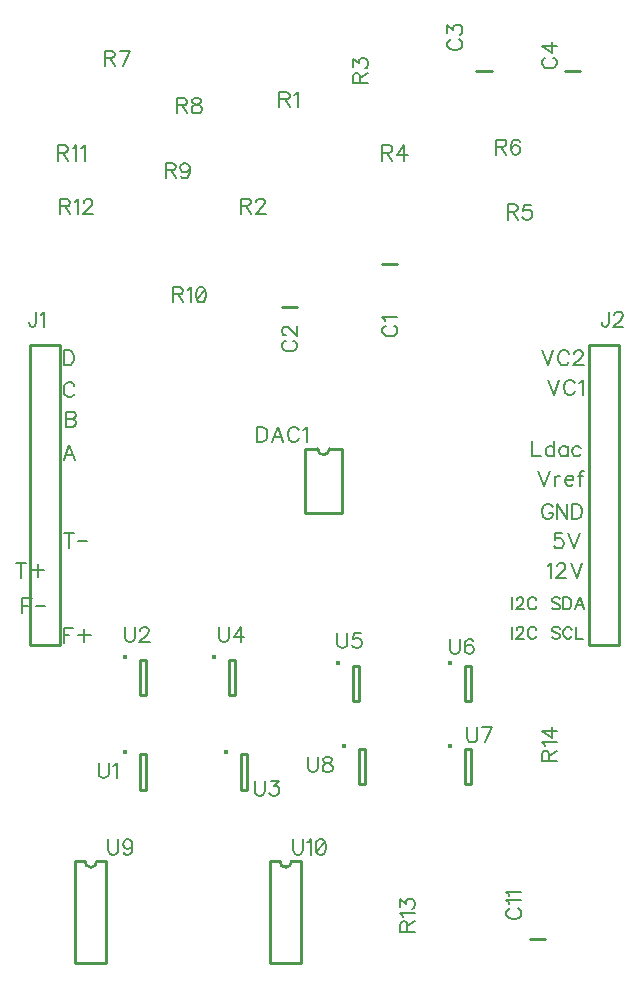
<source format=gbr>
G04 DipTrace 3.0.0.2*
G04 TopSilk.gbr*
%MOIN*%
G04 #@! TF.FileFunction,Legend,Top*
G04 #@! TF.Part,Single*
%ADD10C,0.009843*%
%ADD22C,0.015422*%
%ADD46C,0.00772*%
%ADD47C,0.006176*%
%FSLAX26Y26*%
G04*
G70*
G90*
G75*
G01*
G04 TopSilk*
%LPD*%
X1608287Y3033486D2*
D10*
X1659429D1*
X1324783Y2891711D2*
X1273642D1*
X1974390Y3679113D2*
X1923248D1*
X2269665D2*
X2218524D1*
X2151555Y785412D2*
X2100413D1*
X1350404Y2418308D2*
Y2205708D1*
X1476376Y2418308D2*
Y2205708D1*
X1350404D2*
X1476376D1*
X1350404Y2418308D2*
X1393701D1*
X1433078D2*
X1476376D1*
X1393701D2*
G03X1433078Y2418308I19689J23D01*
G01*
X435038Y1763759D2*
X535039D1*
Y2763800D1*
X435038D1*
Y1763759D1*
X2399608Y2763800D2*
X2299606D1*
Y1763759D1*
X2399608D1*
Y2763800D1*
D22*
X753008Y1408802D3*
X803150Y1399601D2*
D10*
Y1281496D1*
X822835D1*
Y1399601D1*
X803150D1*
D22*
X753008Y1723762D3*
X803150Y1714562D2*
D10*
Y1596457D1*
X822835D1*
Y1714562D1*
X803150D1*
D22*
X1087653Y1408802D3*
X1137795Y1399601D2*
D10*
Y1281496D1*
X1157480D1*
Y1399601D1*
X1137795D1*
D22*
X1048283Y1723762D3*
X1098425Y1714562D2*
D10*
Y1596457D1*
X1118110D1*
Y1714562D1*
X1098425D1*
D22*
X1461669Y1704077D3*
X1511811Y1694877D2*
D10*
Y1576772D1*
X1531496D1*
Y1694877D1*
X1511811D1*
D22*
X1835685Y1704077D3*
X1885827Y1694877D2*
D10*
Y1576772D1*
X1905512D1*
Y1694877D1*
X1885827D1*
D22*
X1835685Y1428487D3*
X1885827Y1419286D2*
D10*
Y1301181D1*
X1905512D1*
Y1419286D1*
X1885827D1*
D22*
X1481354Y1428487D3*
X1531496Y1419286D2*
D10*
Y1301181D1*
X1551181D1*
Y1419286D1*
X1531496D1*
X586607Y1042919D2*
Y704325D1*
X688983Y1042919D2*
Y704325D1*
X586607D2*
X688983D1*
X586607Y1042919D2*
X618101D1*
X657490D2*
X688983D1*
X618101D2*
G03X657490Y1042919I19694J-12D01*
G01*
X1236213D2*
Y704325D1*
X1338590Y1042919D2*
Y704325D1*
X1236213D2*
X1338590D1*
X1236213Y1042919D2*
X1267707D1*
X1307096D2*
X1338590D1*
X1267707D2*
G03X1307096Y1042919I19694J-12D01*
G01*
X1621786Y2829032D2*
D46*
X1617033Y2826656D1*
X1612224Y2821847D1*
X1609848Y2817094D1*
Y2807533D1*
X1612224Y2802724D1*
X1617033Y2797971D1*
X1621786Y2795539D1*
X1628971Y2793162D1*
X1640965D1*
X1648094Y2795539D1*
X1652903Y2797971D1*
X1657656Y2802724D1*
X1660088Y2807532D1*
Y2817094D1*
X1657656Y2821847D1*
X1652903Y2826656D1*
X1648094Y2829032D1*
X1619465Y2844472D2*
X1617033Y2849280D1*
X1609903Y2856465D1*
X1660088D1*
X1287140Y2778891D2*
X1282387Y2776515D1*
X1277579Y2771706D1*
X1275202Y2766953D1*
Y2757392D1*
X1277579Y2752583D1*
X1282387Y2747830D1*
X1287140Y2745398D1*
X1294325Y2743021D1*
X1306319D1*
X1313449Y2745398D1*
X1318257Y2747830D1*
X1323010Y2752583D1*
X1325442Y2757391D1*
Y2766953D1*
X1323010Y2771706D1*
X1318257Y2776515D1*
X1313449Y2778891D1*
X1287196Y2796762D2*
X1284819D1*
X1280011Y2799139D1*
X1277634Y2801516D1*
X1275257Y2806324D1*
Y2815886D1*
X1277634Y2820639D1*
X1280011Y2823015D1*
X1284819Y2825447D1*
X1289572D1*
X1294381Y2823015D1*
X1301510Y2818262D1*
X1325442Y2794331D1*
Y2827824D1*
X1838322Y3782828D2*
X1833568Y3780452D1*
X1828760Y3775643D1*
X1826383Y3770890D1*
Y3761329D1*
X1828760Y3756520D1*
X1833568Y3751767D1*
X1838321Y3749335D1*
X1845506Y3746958D1*
X1857500D1*
X1864630Y3749335D1*
X1869438Y3751767D1*
X1874191Y3756520D1*
X1876623Y3761328D1*
Y3770890D1*
X1874191Y3775643D1*
X1869438Y3780452D1*
X1864630Y3782828D1*
X1826439Y3803076D2*
Y3829329D1*
X1845562Y3815014D1*
Y3822199D1*
X1847938Y3826952D1*
X1850315Y3829329D1*
X1857500Y3831761D1*
X1862253D1*
X1869438Y3829329D1*
X1874247Y3824576D1*
X1876623Y3817391D1*
Y3810206D1*
X1874247Y3803076D1*
X1871815Y3800699D1*
X1867062Y3798268D1*
X2153282Y3722585D2*
X2148529Y3720208D1*
X2143720Y3715400D1*
X2141344Y3710647D1*
Y3701085D1*
X2143720Y3696277D1*
X2148529Y3691523D1*
X2153282Y3689092D1*
X2160467Y3686715D1*
X2172461D1*
X2179590Y3689092D1*
X2184399Y3691523D1*
X2189152Y3696277D1*
X2191584Y3701085D1*
Y3710647D1*
X2189152Y3715400D1*
X2184399Y3720208D1*
X2179590Y3722585D1*
X2191584Y3761956D2*
X2141399D1*
X2174837Y3738024D1*
Y3773894D1*
X2035172Y886161D2*
X2030419Y883785D1*
X2025610Y878976D1*
X2023234Y874223D1*
Y864661D1*
X2025610Y859853D1*
X2030419Y855100D1*
X2035172Y852668D1*
X2042357Y850291D1*
X2054350D1*
X2061480Y852668D1*
X2066289Y855100D1*
X2071042Y859853D1*
X2073474Y864661D1*
Y874223D1*
X2071042Y878976D1*
X2066289Y883784D1*
X2061480Y886161D1*
X2032851Y901600D2*
X2030419Y906409D1*
X2023289Y913594D1*
X2073474D1*
X2032851Y929033D2*
X2030419Y933841D1*
X2023289Y941027D1*
X2073474Y941026D1*
X1192606Y2491531D2*
Y2441291D1*
X1209353D1*
X1216538Y2443723D1*
X1221347Y2448476D1*
X1223723Y2453284D1*
X1226100Y2460414D1*
Y2472408D1*
X1223723Y2479593D1*
X1221347Y2484346D1*
X1216538Y2489154D1*
X1209353Y2491531D1*
X1192606D1*
X1279841Y2441291D2*
X1260662Y2491531D1*
X1241539Y2441291D1*
X1248724Y2458037D2*
X1272656D1*
X1331150Y2479593D2*
X1328773Y2484346D1*
X1323965Y2489154D1*
X1319212Y2491531D1*
X1309650D1*
X1304842Y2489154D1*
X1300088Y2484346D1*
X1297657Y2479593D1*
X1295280Y2472408D1*
Y2460414D1*
X1297657Y2453284D1*
X1300088Y2448476D1*
X1304842Y2443723D1*
X1309650Y2441291D1*
X1319212D1*
X1323965Y2443723D1*
X1328773Y2448476D1*
X1331150Y2453284D1*
X1346589Y2481914D2*
X1351398Y2484346D1*
X1358583Y2491476D1*
Y2441291D1*
X455828Y2875585D2*
Y2837339D1*
X453452Y2830154D1*
X451020Y2827777D1*
X446267Y2825345D1*
X441458D1*
X436705Y2827777D1*
X434328Y2830154D1*
X431897Y2837339D1*
Y2842092D1*
X471267Y2865968D2*
X476076Y2868400D1*
X483261Y2875530D1*
Y2825345D1*
X2364566Y2875585D2*
Y2837339D1*
X2362190Y2830154D1*
X2359758Y2827777D1*
X2355005Y2825345D1*
X2350196D1*
X2345443Y2827777D1*
X2343067Y2830154D1*
X2340635Y2837339D1*
Y2842092D1*
X2382438Y2863592D2*
Y2865968D1*
X2384814Y2870777D1*
X2387191Y2873153D1*
X2391999Y2875530D1*
X2401561D1*
X2406314Y2873153D1*
X2408691Y2870777D1*
X2411122Y2865968D1*
Y2861215D1*
X2408691Y2856407D1*
X2403937Y2849277D1*
X2380006Y2825345D1*
X2413499D1*
X1266781Y3582756D2*
X1288281D1*
X1295466Y3585188D1*
X1297898Y3587564D1*
X1300274Y3592318D1*
Y3597126D1*
X1297898Y3601879D1*
X1295466Y3604311D1*
X1288281Y3606688D1*
X1266781D1*
Y3556448D1*
X1283528Y3582756D2*
X1300274Y3556448D1*
X1315714Y3597071D2*
X1320522Y3599503D1*
X1327707Y3606632D1*
Y3556448D1*
X1137921Y3228425D2*
X1159421D1*
X1166606Y3230857D1*
X1169038Y3233234D1*
X1171414Y3237987D1*
Y3242795D1*
X1169038Y3247548D1*
X1166606Y3249980D1*
X1159421Y3252357D1*
X1137921D1*
Y3202117D1*
X1154668Y3228425D2*
X1171414Y3202117D1*
X1189285Y3240363D2*
Y3242740D1*
X1191662Y3247548D1*
X1194039Y3249925D1*
X1198847Y3252302D1*
X1208409D1*
X1213162Y3249925D1*
X1215538Y3247548D1*
X1217970Y3242740D1*
Y3237987D1*
X1215538Y3233178D1*
X1210785Y3226049D1*
X1186853Y3202117D1*
X1220347D1*
X1535354Y3637921D2*
Y3659421D1*
X1532922Y3666606D1*
X1530546Y3669038D1*
X1525793Y3671414D1*
X1520984D1*
X1516231Y3669038D1*
X1513799Y3666606D1*
X1511423Y3659421D1*
Y3637921D1*
X1561663D1*
X1535354Y3654668D2*
X1561663Y3671414D1*
X1511478Y3691662D2*
Y3717915D1*
X1530601Y3703600D1*
Y3710785D1*
X1532978Y3715538D1*
X1535354Y3717915D1*
X1542539Y3720347D1*
X1547293D1*
X1554478Y3717915D1*
X1559286Y3713162D1*
X1561663Y3705977D1*
Y3698792D1*
X1559286Y3691662D1*
X1556854Y3689285D1*
X1552101Y3686854D1*
X1609174Y3405591D2*
X1630673D1*
X1637858Y3408022D1*
X1640290Y3410399D1*
X1642667Y3415152D1*
Y3419961D1*
X1640290Y3424714D1*
X1637858Y3427146D1*
X1630673Y3429522D1*
X1609174D1*
Y3379282D1*
X1625920Y3405591D2*
X1642667Y3379282D1*
X1682038D2*
Y3429467D1*
X1658106Y3396029D1*
X1693976D1*
X2027685Y3208740D2*
X2049185D1*
X2056370Y3211172D1*
X2058801Y3213549D1*
X2061178Y3218302D1*
Y3223110D1*
X2058801Y3227863D1*
X2056370Y3230295D1*
X2049185Y3232672D1*
X2027685D1*
Y3182432D1*
X2044431Y3208740D2*
X2061178Y3182432D1*
X2105302Y3232617D2*
X2081426D1*
X2079049Y3211117D1*
X2081426Y3213493D1*
X2088611Y3215925D1*
X2095741D1*
X2102926Y3213493D1*
X2107734Y3208740D1*
X2110111Y3201555D1*
Y3196802D1*
X2107734Y3189617D1*
X2102926Y3184808D1*
X2095741Y3182432D1*
X2088611D1*
X2081426Y3184808D1*
X2079049Y3187240D1*
X2076617Y3191994D1*
X1989531Y3425276D2*
X2011030D1*
X2018215Y3427707D1*
X2020647Y3430084D1*
X2023024Y3434837D1*
Y3439646D1*
X2020647Y3444399D1*
X2018215Y3446831D1*
X2011030Y3449207D1*
X1989531D1*
Y3398967D1*
X2006277Y3425276D2*
X2023024Y3398967D1*
X2067148Y3442022D2*
X2064771Y3446775D1*
X2057586Y3449152D1*
X2052833D1*
X2045648Y3446775D1*
X2040840Y3439590D1*
X2038463Y3427652D1*
Y3415714D1*
X2040840Y3406152D1*
X2045648Y3401344D1*
X2052833Y3398967D1*
X2055210D1*
X2062340Y3401344D1*
X2067148Y3406152D1*
X2069525Y3413337D1*
Y3415714D1*
X2067148Y3422899D1*
X2062340Y3427652D1*
X2055210Y3430029D1*
X2052833D1*
X2045648Y3427652D1*
X2040840Y3422899D1*
X2038463Y3415714D1*
X685165Y3720551D2*
X706665D1*
X713850Y3722983D1*
X716282Y3725360D1*
X718658Y3730113D1*
Y3734921D1*
X716282Y3739674D1*
X713850Y3742106D1*
X706665Y3744483D1*
X685165D1*
Y3694243D1*
X701912Y3720551D2*
X718658Y3694243D1*
X743659D2*
X767591Y3744428D1*
X734098D1*
X925350Y3563071D2*
X946850D1*
X954035Y3565503D1*
X956467Y3567879D1*
X958843Y3572633D1*
Y3577441D1*
X956467Y3582194D1*
X954035Y3584626D1*
X946850Y3587003D1*
X925350D1*
Y3536763D1*
X942097Y3563071D2*
X958843Y3536763D1*
X986221Y3586947D2*
X979091Y3584571D1*
X976659Y3579818D1*
Y3575009D1*
X979091Y3570256D1*
X983844Y3567824D1*
X993406Y3565447D1*
X1000591Y3563071D1*
X1005344Y3558262D1*
X1007721Y3553509D1*
Y3546324D1*
X1005344Y3541571D1*
X1002968Y3539139D1*
X995783Y3536763D1*
X986221D1*
X979091Y3539139D1*
X976659Y3541571D1*
X974283Y3546324D1*
Y3553509D1*
X976659Y3558262D1*
X981468Y3563071D1*
X988598Y3565447D1*
X998159Y3567824D1*
X1002968Y3570256D1*
X1005344Y3575009D1*
Y3579818D1*
X1002968Y3584571D1*
X995783Y3586947D1*
X986221D1*
X887141Y3346535D2*
X908641D1*
X915826Y3348967D1*
X918257Y3351344D1*
X920634Y3356097D1*
Y3360906D1*
X918257Y3365659D1*
X915826Y3368091D1*
X908641Y3370467D1*
X887141D1*
Y3320227D1*
X903887Y3346535D2*
X920634Y3320227D1*
X967190Y3353721D2*
X964758Y3346535D1*
X960005Y3341727D1*
X952820Y3339350D1*
X950443D1*
X943258Y3341727D1*
X938505Y3346535D1*
X936073Y3353721D1*
Y3356097D1*
X938505Y3363282D1*
X943258Y3368035D1*
X950443Y3370412D1*
X952820D1*
X960005Y3368035D1*
X964758Y3363282D1*
X967190Y3353721D1*
Y3341727D1*
X964758Y3329789D1*
X960005Y3322604D1*
X952820Y3320227D1*
X948067D1*
X940882Y3322604D1*
X938505Y3327412D1*
X911606Y2933150D2*
X933106D1*
X940291Y2935581D1*
X942723Y2937958D1*
X945099Y2942711D1*
Y2947520D1*
X942723Y2952273D1*
X940291Y2954705D1*
X933106Y2957081D1*
X911606D1*
Y2906841D1*
X928353Y2933150D2*
X945099Y2906841D1*
X960539Y2947464D2*
X965347Y2949896D1*
X972532Y2957026D1*
Y2906841D1*
X1002342Y2957026D2*
X995156Y2954649D1*
X990348Y2947464D1*
X987971Y2935526D1*
Y2928341D1*
X990348Y2916403D1*
X995156Y2909218D1*
X1002342Y2906841D1*
X1007095D1*
X1014280Y2909218D1*
X1019033Y2916403D1*
X1021465Y2928341D1*
Y2935526D1*
X1019033Y2947464D1*
X1014280Y2954649D1*
X1007095Y2957026D1*
X1002342D1*
X1019033Y2947464D2*
X990348Y2916403D1*
X528655Y3405591D2*
X550155D1*
X557340Y3408022D1*
X559772Y3410399D1*
X562149Y3415152D1*
Y3419961D1*
X559772Y3424714D1*
X557340Y3427146D1*
X550155Y3429522D1*
X528655D1*
Y3379282D1*
X545402Y3405591D2*
X562149Y3379282D1*
X577588Y3419905D2*
X582396Y3422337D1*
X589581Y3429467D1*
Y3379282D1*
X605021Y3419905D2*
X609829Y3422337D1*
X617014Y3429467D1*
Y3379282D1*
X535622Y3226457D2*
X557122D1*
X564307Y3228889D1*
X566739Y3231265D1*
X569115Y3236018D1*
Y3240827D1*
X566739Y3245580D1*
X564307Y3248012D1*
X557122Y3250388D1*
X535622D1*
Y3200148D1*
X552369Y3226457D2*
X569115Y3200148D1*
X584554Y3240772D2*
X589363Y3243203D1*
X596548Y3250333D1*
Y3200148D1*
X614419Y3238395D2*
Y3240772D1*
X616796Y3245580D1*
X619172Y3247957D1*
X623981Y3250333D1*
X633542D1*
X638295Y3247957D1*
X640672Y3245580D1*
X643104Y3240772D1*
Y3236018D1*
X640672Y3231210D1*
X635919Y3224080D1*
X611987Y3200148D1*
X645481D1*
X1692835Y809244D2*
Y830744D1*
X1690403Y837929D1*
X1688026Y840361D1*
X1683273Y842737D1*
X1678465D1*
X1673711Y840361D1*
X1671280Y837929D1*
X1668903Y830744D1*
Y809244D1*
X1719143D1*
X1692835Y825991D2*
X1719143Y842737D1*
X1678520Y858177D2*
X1676088Y862985D1*
X1668958Y870170D1*
X1719143D1*
X1668958Y890418D2*
Y916671D1*
X1688081Y902356D1*
Y909541D1*
X1690458Y914294D1*
X1692835Y916671D1*
X1700020Y919103D1*
X1704773D1*
X1711958Y916671D1*
X1716766Y911918D1*
X1719143Y904732D1*
Y897547D1*
X1716766Y890418D1*
X1714335Y888041D1*
X1709581Y885609D1*
X2165276Y1378922D2*
Y1400422D1*
X2162844Y1407607D1*
X2160467Y1410039D1*
X2155714Y1412415D1*
X2150906D1*
X2146152Y1410039D1*
X2143720Y1407607D1*
X2141344Y1400422D1*
Y1378922D1*
X2191584D1*
X2165276Y1395669D2*
X2191584Y1412415D1*
X2150961Y1427854D2*
X2148529Y1432663D1*
X2141399Y1439848D1*
X2191584D1*
Y1479219D2*
X2141399D1*
X2174837Y1455287D1*
Y1491157D1*
X663544Y1371617D2*
Y1335747D1*
X665920Y1328562D1*
X670729Y1323809D1*
X677914Y1321377D1*
X682667D1*
X689852Y1323809D1*
X694660Y1328562D1*
X697037Y1335747D1*
Y1371617D1*
X712476Y1362000D2*
X717285Y1364432D1*
X724470Y1371562D1*
Y1321377D1*
X751219Y1824373D2*
Y1788503D1*
X753595Y1781318D1*
X758404Y1776565D1*
X765589Y1774133D1*
X770342D1*
X777527Y1776565D1*
X782336Y1781318D1*
X784712Y1788503D1*
Y1824373D1*
X802583Y1812379D2*
Y1814756D1*
X804960Y1819564D1*
X807336Y1821941D1*
X812145Y1824317D1*
X821706D1*
X826460Y1821941D1*
X828836Y1819564D1*
X831268Y1814756D1*
Y1810003D1*
X828836Y1805194D1*
X824083Y1798064D1*
X800151Y1774133D1*
X833645D1*
X1184290Y1312562D2*
Y1276692D1*
X1186666Y1269507D1*
X1191475Y1264754D1*
X1198660Y1262322D1*
X1203413D1*
X1210598Y1264754D1*
X1215406Y1269507D1*
X1217783Y1276692D1*
Y1312562D1*
X1238031Y1312506D2*
X1264284D1*
X1249969Y1293383D1*
X1257154D1*
X1261907Y1291007D1*
X1264284Y1288630D1*
X1266716Y1281445D1*
Y1276692D1*
X1264284Y1269507D1*
X1259531Y1264698D1*
X1252346Y1262322D1*
X1245160D1*
X1238031Y1264698D1*
X1235654Y1267130D1*
X1233222Y1271883D1*
X1064991Y1824373D2*
Y1788503D1*
X1067368Y1781318D1*
X1072176Y1776565D1*
X1079361Y1774133D1*
X1084114D1*
X1091299Y1776565D1*
X1096108Y1781318D1*
X1098484Y1788503D1*
Y1824373D1*
X1137855Y1774133D2*
Y1824317D1*
X1113924Y1790879D1*
X1149794D1*
X1459880Y1804688D2*
Y1768818D1*
X1462257Y1761633D1*
X1467065Y1756879D1*
X1474250Y1754448D1*
X1479003D1*
X1486189Y1756879D1*
X1490997Y1761633D1*
X1493374Y1768818D1*
Y1804688D1*
X1537498Y1804632D2*
X1513621D1*
X1511245Y1783133D1*
X1513621Y1785509D1*
X1520806Y1787941D1*
X1527936D1*
X1535121Y1785509D1*
X1539930Y1780756D1*
X1542306Y1773571D1*
Y1768818D1*
X1539930Y1761633D1*
X1535121Y1756824D1*
X1527936Y1754448D1*
X1520806D1*
X1513621Y1756824D1*
X1511245Y1759256D1*
X1508813Y1764009D1*
X1835112Y1785003D2*
Y1749133D1*
X1837488Y1741948D1*
X1842297Y1737194D1*
X1849482Y1734763D1*
X1854235D1*
X1861420Y1737194D1*
X1866229Y1741948D1*
X1868605Y1749133D1*
Y1785003D1*
X1912729Y1777818D2*
X1910353Y1782571D1*
X1903168Y1784947D1*
X1898415D1*
X1891230Y1782571D1*
X1886421Y1775386D1*
X1884044Y1763447D1*
Y1751509D1*
X1886421Y1741948D1*
X1891230Y1737139D1*
X1898415Y1734763D1*
X1900791D1*
X1907921Y1737139D1*
X1912729Y1741948D1*
X1915106Y1749133D1*
Y1751509D1*
X1912729Y1758694D1*
X1907921Y1763447D1*
X1900791Y1765824D1*
X1898415D1*
X1891230Y1763447D1*
X1886421Y1758694D1*
X1884044Y1751509D1*
X1892951Y1489727D2*
Y1453857D1*
X1895328Y1446672D1*
X1900136Y1441919D1*
X1907321Y1439487D1*
X1912074D1*
X1919259Y1441919D1*
X1924068Y1446672D1*
X1926444Y1453857D1*
Y1489727D1*
X1951445Y1439487D2*
X1975377Y1489672D1*
X1941884D1*
X1361483Y1391302D2*
Y1355432D1*
X1363859Y1348247D1*
X1368668Y1343494D1*
X1375853Y1341062D1*
X1380606D1*
X1387791Y1343494D1*
X1392599Y1348247D1*
X1394976Y1355432D1*
Y1391302D1*
X1422353Y1391247D2*
X1415224Y1388870D1*
X1412792Y1384117D1*
Y1379308D1*
X1415224Y1374555D1*
X1419977Y1372123D1*
X1429538Y1369747D1*
X1436724Y1367370D1*
X1441477Y1362562D1*
X1443853Y1357808D1*
Y1350623D1*
X1441477Y1345870D1*
X1439100Y1343438D1*
X1431915Y1341062D1*
X1422353D1*
X1415224Y1343438D1*
X1412792Y1345870D1*
X1410415Y1350623D1*
Y1357808D1*
X1412792Y1362562D1*
X1417600Y1367370D1*
X1424730Y1369747D1*
X1434292Y1372123D1*
X1439100Y1374555D1*
X1441477Y1379308D1*
Y1384117D1*
X1439100Y1388870D1*
X1431915Y1391247D1*
X1422353D1*
X696196Y1116142D2*
Y1080272D1*
X698572Y1073087D1*
X703381Y1068334D1*
X710566Y1065902D1*
X715319D1*
X722504Y1068334D1*
X727313Y1073087D1*
X729689Y1080272D1*
Y1116142D1*
X776245Y1099395D2*
X773813Y1092210D1*
X769060Y1087402D1*
X761875Y1085025D1*
X759498D1*
X752313Y1087402D1*
X747560Y1092210D1*
X745128Y1099395D1*
Y1101772D1*
X747560Y1108957D1*
X752313Y1113710D1*
X759498Y1116086D1*
X761875D1*
X769060Y1113710D1*
X773813Y1108957D1*
X776245Y1099395D1*
Y1087402D1*
X773813Y1075463D1*
X769060Y1068278D1*
X761875Y1065902D1*
X757122D1*
X749937Y1068278D1*
X747560Y1073087D1*
X1311212Y1116142D2*
Y1080272D1*
X1313589Y1073087D1*
X1318397Y1068334D1*
X1325582Y1065902D1*
X1330336D1*
X1337521Y1068334D1*
X1342329Y1073087D1*
X1344706Y1080272D1*
Y1116142D1*
X1360145Y1106525D2*
X1364953Y1108957D1*
X1372138Y1116086D1*
Y1065902D1*
X1401948Y1116086D2*
X1394763Y1113710D1*
X1389954Y1106525D1*
X1387578Y1094587D1*
Y1087402D1*
X1389954Y1075463D1*
X1394763Y1068278D1*
X1401948Y1065902D1*
X1406701D1*
X1413886Y1068278D1*
X1418639Y1075463D1*
X1421071Y1087402D1*
Y1094587D1*
X1418639Y1106525D1*
X1413886Y1113710D1*
X1406701Y1116086D1*
X1401948D1*
X1418639Y1106525D2*
X1389954Y1075463D1*
X547322Y2746666D2*
Y2696426D1*
X564068D1*
X571253Y2698858D1*
X576062Y2703611D1*
X578439Y2708419D1*
X580815Y2715549D1*
Y2727543D1*
X578439Y2734728D1*
X576062Y2739481D1*
X571253Y2744289D1*
X564068Y2746666D1*
X547322D1*
X583192Y2628583D2*
X580815Y2633337D1*
X576007Y2638145D1*
X571253Y2640522D1*
X561692D1*
X556883Y2638145D1*
X552130Y2633337D1*
X549698Y2628583D1*
X547322Y2621398D1*
Y2609405D1*
X549698Y2602275D1*
X552130Y2597467D1*
X556883Y2592713D1*
X561692Y2590282D1*
X571253D1*
X576007Y2592713D1*
X580815Y2597467D1*
X583192Y2602275D1*
X555041Y2542096D2*
Y2491856D1*
X576596D1*
X583781Y2494288D1*
X586158Y2496665D1*
X588534Y2501418D1*
Y2508603D1*
X586158Y2513412D1*
X583781Y2515788D1*
X576596Y2518165D1*
X583781Y2520597D1*
X586158Y2522973D1*
X588534Y2527726D1*
Y2532535D1*
X586158Y2537288D1*
X583781Y2539720D1*
X576596Y2542096D1*
X555041D1*
Y2518165D2*
X576596D1*
X585624Y2381465D2*
X566445Y2431705D1*
X547322Y2381465D1*
X554507Y2398212D2*
X578439D1*
Y1821469D2*
X547322D1*
Y1771229D1*
Y1797537D2*
X566445D1*
X615378Y1817849D2*
Y1774794D1*
X593878Y1796294D2*
X636933D1*
X440643Y1919894D2*
X409526D1*
Y1869654D1*
Y1895963D2*
X428650D1*
X456082Y1894747D2*
X483717D1*
X406588Y2038005D2*
Y1987765D1*
X389841Y2038005D2*
X423335D1*
X460274Y2034384D2*
Y1991329D1*
X438774Y2012829D2*
X481829D1*
X564068Y2136430D2*
Y2086190D1*
X547322Y2136430D2*
X580815D1*
X596254Y2111282D2*
X623889D1*
X2161495Y2648241D2*
X2180618Y2598001D1*
X2199741Y2648241D1*
X2251051Y2636303D2*
X2248674Y2641056D1*
X2243866Y2645864D1*
X2239112Y2648241D1*
X2229551D1*
X2224742Y2645864D1*
X2219989Y2641056D1*
X2217557Y2636303D1*
X2215181Y2629118D1*
Y2617124D1*
X2217557Y2609994D1*
X2219989Y2605186D1*
X2224742Y2600433D1*
X2229551Y2598001D1*
X2239112D1*
X2243866Y2600433D1*
X2248674Y2605186D1*
X2251051Y2609994D1*
X2266490Y2638624D2*
X2271298Y2641056D1*
X2278483Y2648186D1*
Y2598001D1*
X2141810Y2746666D2*
X2160933Y2696426D1*
X2180056Y2746666D1*
X2231366Y2734728D2*
X2228989Y2739481D1*
X2224181Y2744289D1*
X2219427Y2746666D1*
X2209866D1*
X2205057Y2744289D1*
X2200304Y2739481D1*
X2197872Y2734728D1*
X2195496Y2727543D1*
Y2715549D1*
X2197872Y2708419D1*
X2200304Y2703611D1*
X2205057Y2698858D1*
X2209866Y2696426D1*
X2219427D1*
X2224181Y2698858D1*
X2228989Y2703611D1*
X2231366Y2708419D1*
X2249237Y2734672D2*
Y2737049D1*
X2251613Y2741858D1*
X2253990Y2744234D1*
X2258798Y2746611D1*
X2268360D1*
X2273113Y2744234D1*
X2275490Y2741858D1*
X2277922Y2737049D1*
Y2732296D1*
X2275490Y2727487D1*
X2270737Y2720358D1*
X2246805Y2696426D1*
X2280298D1*
X2129844Y2345246D2*
X2148967Y2295006D1*
X2168091Y2345246D1*
X2183530Y2328499D2*
Y2295006D1*
Y2314129D2*
X2185962Y2321314D1*
X2190715Y2326123D1*
X2195523Y2328499D1*
X2202708D1*
X2218148Y2314129D2*
X2246832D1*
Y2318938D1*
X2244456Y2323746D1*
X2242079Y2326123D1*
X2237271Y2328499D1*
X2230086D1*
X2225333Y2326123D1*
X2220524Y2321314D1*
X2218148Y2314129D1*
Y2309376D1*
X2220524Y2302191D1*
X2225333Y2297438D1*
X2230086Y2295006D1*
X2237271D1*
X2242079Y2297438D1*
X2246832Y2302191D1*
X2281395Y2345246D2*
X2276642D1*
X2271833Y2342869D1*
X2269457Y2335684D1*
Y2295006D1*
X2262272Y2328499D2*
X2279018D1*
X2177680Y2222917D2*
X2175303Y2227670D1*
X2170495Y2232478D1*
X2165742Y2234855D1*
X2156180D1*
X2151372Y2232478D1*
X2146618Y2227670D1*
X2144187Y2222917D1*
X2141810Y2215732D1*
Y2203738D1*
X2144187Y2196608D1*
X2146618Y2191800D1*
X2151372Y2187047D1*
X2156180Y2184615D1*
X2165742D1*
X2170495Y2187047D1*
X2175303Y2191800D1*
X2177680Y2196608D1*
Y2203738D1*
X2165742D1*
X2226612Y2234855D2*
Y2184615D1*
X2193119Y2234855D1*
Y2184615D1*
X2242052Y2234855D2*
Y2184615D1*
X2258798D1*
X2265983Y2187047D1*
X2270792Y2191800D1*
X2273168Y2196608D1*
X2275545Y2203738D1*
Y2215732D1*
X2273168Y2222917D1*
X2270792Y2227670D1*
X2265983Y2232478D1*
X2258798Y2234855D1*
X2242052D1*
X2209865Y2136374D2*
X2185988D1*
X2183612Y2114875D1*
X2185988Y2117251D1*
X2193174Y2119683D1*
X2200303D1*
X2207488Y2117251D1*
X2212297Y2112498D1*
X2214673Y2105313D1*
Y2100560D1*
X2212297Y2093375D1*
X2207488Y2088566D1*
X2200303Y2086190D1*
X2193174D1*
X2185988Y2088566D1*
X2183612Y2090998D1*
X2181180Y2095751D1*
X2230113Y2136430D2*
X2249236Y2086190D1*
X2268359Y2136430D1*
X2161495Y2028388D2*
X2166303Y2030820D1*
X2173488Y2037949D1*
Y1987765D1*
X2191360Y2026011D2*
Y2028388D1*
X2193736Y2033196D1*
X2196113Y2035573D1*
X2200921Y2037949D1*
X2210483D1*
X2215236Y2035573D1*
X2217613Y2033196D1*
X2220044Y2028388D1*
Y2023634D1*
X2217613Y2018826D1*
X2212859Y2011696D1*
X2188928Y1987765D1*
X2222421D1*
X2237860Y2038005D2*
X2256984Y1987765D1*
X2276107Y2038005D1*
X2042613Y1923286D2*
D47*
Y1883094D1*
X2056910Y1913691D2*
Y1915593D1*
X2058811Y1919439D1*
X2060712Y1921341D1*
X2064559Y1923242D1*
X2072208D1*
X2076011Y1921341D1*
X2077912Y1919439D1*
X2079858Y1915593D1*
Y1911790D1*
X2077912Y1907943D1*
X2074110Y1902239D1*
X2054964Y1883094D1*
X2081759D1*
X2122806Y1913735D2*
X2120905Y1917538D1*
X2117058Y1921385D1*
X2113256Y1923286D1*
X2105606D1*
X2101760Y1921385D1*
X2097957Y1917538D1*
X2096012Y1913735D1*
X2094110Y1907987D1*
Y1898393D1*
X2096012Y1892689D1*
X2097957Y1888842D1*
X2101760Y1885040D1*
X2105606Y1883094D1*
X2113256D1*
X2117058Y1885040D1*
X2120905Y1888842D1*
X2122806Y1892689D1*
X2200833Y1917538D2*
X2197030Y1921385D1*
X2191282Y1923286D1*
X2183633D1*
X2177885Y1921385D1*
X2174038Y1917538D1*
Y1913735D1*
X2175984Y1909889D1*
X2177885Y1907987D1*
X2181688Y1906086D1*
X2193184Y1902239D1*
X2197030Y1900338D1*
X2198932Y1898393D1*
X2200833Y1894590D1*
Y1888842D1*
X2197030Y1885040D1*
X2191282Y1883094D1*
X2183633D1*
X2177885Y1885040D1*
X2174038Y1888842D1*
X2213184Y1923286D2*
Y1883094D1*
X2226582D1*
X2232330Y1885040D1*
X2236177Y1888842D1*
X2238078Y1892689D1*
X2239979Y1898393D1*
Y1907987D1*
X2238078Y1913735D1*
X2236177Y1917538D1*
X2232330Y1921385D1*
X2226582Y1923286D1*
X2213184D1*
X2282972Y1883094D2*
X2267629Y1923286D1*
X2252330Y1883094D1*
X2258079Y1896491D2*
X2277224D1*
X2042613Y1824861D2*
Y1784669D1*
X2056910Y1815266D2*
Y1817167D1*
X2058811Y1821014D1*
X2060712Y1822915D1*
X2064559Y1824817D1*
X2072208D1*
X2076011Y1822915D1*
X2077912Y1821014D1*
X2079858Y1817167D1*
Y1813365D1*
X2077912Y1809518D1*
X2074110Y1803814D1*
X2054964Y1784669D1*
X2081759D1*
X2122806Y1815310D2*
X2120905Y1819113D1*
X2117058Y1822960D1*
X2113256Y1824861D1*
X2105606D1*
X2101760Y1822960D1*
X2097957Y1819113D1*
X2096012Y1815310D1*
X2094110Y1809562D1*
Y1799967D1*
X2096012Y1794264D1*
X2097957Y1790417D1*
X2101760Y1786614D1*
X2105606Y1784669D1*
X2113256D1*
X2117058Y1786614D1*
X2120905Y1790417D1*
X2122806Y1794264D1*
X2200833Y1819113D2*
X2197030Y1822960D1*
X2191282Y1824861D1*
X2183633D1*
X2177885Y1822960D1*
X2174038Y1819113D1*
Y1815310D1*
X2175984Y1811464D1*
X2177885Y1809562D1*
X2181688Y1807661D1*
X2193184Y1803814D1*
X2197030Y1801913D1*
X2198932Y1799967D1*
X2200833Y1796165D1*
Y1790417D1*
X2197030Y1786614D1*
X2191282Y1784669D1*
X2183633D1*
X2177885Y1786614D1*
X2174038Y1790417D1*
X2241880Y1815310D2*
X2239979Y1819113D1*
X2236132Y1822960D1*
X2232330Y1824861D1*
X2224680D1*
X2220834Y1822960D1*
X2217031Y1819113D1*
X2215086Y1815310D1*
X2213184Y1809562D1*
Y1799967D1*
X2215086Y1794264D1*
X2217031Y1790417D1*
X2220834Y1786614D1*
X2224680Y1784669D1*
X2232330D1*
X2236132Y1786614D1*
X2239979Y1790417D1*
X2241880Y1794264D1*
X2254232Y1824861D2*
Y1784669D1*
X2277180D1*
X2110159Y2443671D2*
D46*
Y2393431D1*
X2138844D1*
X2182968Y2443671D2*
Y2393431D1*
Y2419740D2*
X2178215Y2424548D1*
X2173406Y2426925D1*
X2166221D1*
X2161468Y2424548D1*
X2156660Y2419740D1*
X2154283Y2412554D1*
Y2407801D1*
X2156660Y2400616D1*
X2161468Y2395863D1*
X2166221Y2393431D1*
X2173406D1*
X2178215Y2395863D1*
X2182968Y2400616D1*
X2227092Y2426925D2*
Y2393431D1*
Y2419740D2*
X2222339Y2424548D1*
X2217531Y2426925D1*
X2210401D1*
X2205592Y2424548D1*
X2200839Y2419740D1*
X2198407Y2412554D1*
Y2407801D1*
X2200839Y2400616D1*
X2205592Y2395863D1*
X2210401Y2393431D1*
X2217531D1*
X2222339Y2395863D1*
X2227092Y2400616D1*
X2271272Y2419740D2*
X2266463Y2424548D1*
X2261655Y2426925D1*
X2254525D1*
X2249716Y2424548D1*
X2244963Y2419740D1*
X2242531Y2412554D1*
Y2407801D1*
X2244963Y2400616D1*
X2249716Y2395863D1*
X2254525Y2393431D1*
X2261655D1*
X2266463Y2395863D1*
X2271272Y2400616D1*
M02*

</source>
